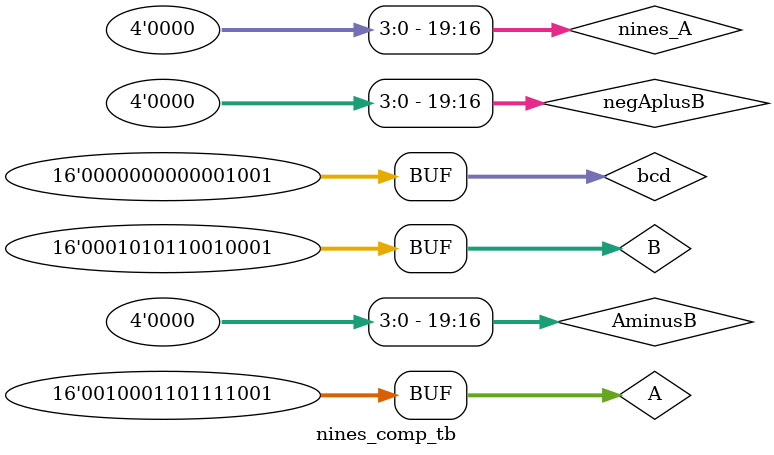
<source format=v>
module serial_bcd_alu (
  input rst_n, clk, en, in,
  output result
);
  wire [15:0] A, B, nines_A;
  wire [19:0] AplusB, AminusB, negAplusB, alu_out;
  wire ctrl;
  wire [32:0] alu_in;
  reg en_1c, en_2c;

  sipo33 ser_in(
    .rst_n(rst_n),
    .clk(clk),
    .shift(en),
    .s_in(in),
    .p_out(alu_in)
  );

  assign A = alu_in[15:0];
  assign B = alu_in[31:16];
  assign ctrl = alu_in[32];

  nines_4 nines_comp_A ( .A(A), .nines_A(nines_A));

  hw4_q1b adder ( .C(1'b0), .A(A), .B(B), .S(AplusB));
  hw4_q1b subtractor ( .C(1'b0), .A(nines_A), .B(B), .S(negAplusB));

  assign AplusB[19:17] = 3'b0;
  assign negAplusB[19:17] = 3'b0;

  nines_4 nines_comp_sub ( .A(negAplusB), .nines_A(AminusB));

  assign alu_out = ctrl ? AminusB : AplusB;  

  assign alu_out[19:16] = 4'b0;
  assign AminusB[19:16] = 4'b0;

  always @(posedge clk)
  begin 
    if (~rst_n) begin
      en_1c <= 1'b0;
      en_2c <= 1'b0;
    end
    else begin 
      en_1c <= en;
      en_2c <= en_1c;
    end
  end

  piso20 out ( .rst_n(rst_n), .clk(clk), .capture(en_1c), .shift(~en_2c), .p_in(alu_out), .s_out(result));

endmodule

module nines_comp (
  input [3:0] pos,
  output [3:0] neg
);
  
  wire [3:0] not_pos;

  assign not_pos = ~pos;
  assign neg = not_pos + 10;

endmodule

module nines_4 (
  input [15:0] A,
  output [15:0] nines_A
);
  nines_comp thousands_A ( .pos(A[15:12]), .neg(nines_A[15:12]));
  nines_comp hundreds_A ( .pos(A[11:8]), .neg(nines_A[11:8]));
  nines_comp tens_A ( .pos(A[7:4]), .neg(nines_A[7:4]));
  nines_comp ones_A ( .pos(A[3:0]), .neg(nines_A[3:0]));
endmodule

module nines_comp_tb;

  reg [15:0] A, B, bcd;
  wire [15:0] bcd_neg;
  wire [19:0] negAplusB, nines_A, AminusB;

  nines_4 DUT ( .A(A), .nines_A(nines_A));
  hw4_q1b subtractor ( .C(1'b0), .A(nines_A), .B(B), .S(negAplusB));
  nines_4 nines_comp_sub ( .A(negAplusB), .nines_A(AminusB));
  assign negAplusB[19:16] = 0;
  assign AminusB[19:16] = 0;

  initial
  begin
    $monitor( $time, ": A=%1d%1d%1d%1d B=%1d%1d%1d%1d  9's A = %1d%1d%1d%1d A-B=%1d%1d%1d%1d",
	A[15:12], A[11:8], A[7:4], A[3:0],
	B[15:12], B[11:8], B[7:4], B[3:0],
        nines_A[15:12], nines_A[11:8], nines_A[7:4], nines_A[3:0],
	AminusB[15:12], AminusB[11:8], AminusB[7:4], AminusB[3:0]);
   A[15:12] = 2;
   A[11:8] = 3;
   A[7:4] = 7;
   A[3:0] = 9;
   B[15:12] = 1;
   B[11:8] = 5;
   B[7:4] = 9;
   B[3:0] = 1;
   #10  bcd = 9871;
   #10  bcd = 0012;
   #10  bcd = 1234;
   #10  bcd = 5555;
   #10  bcd = 6782;
   #10  bcd = 9082;
   #10  bcd = 8843;
   #10  bcd = 1760;
   #10  bcd = 9;

  end
endmodule



</source>
